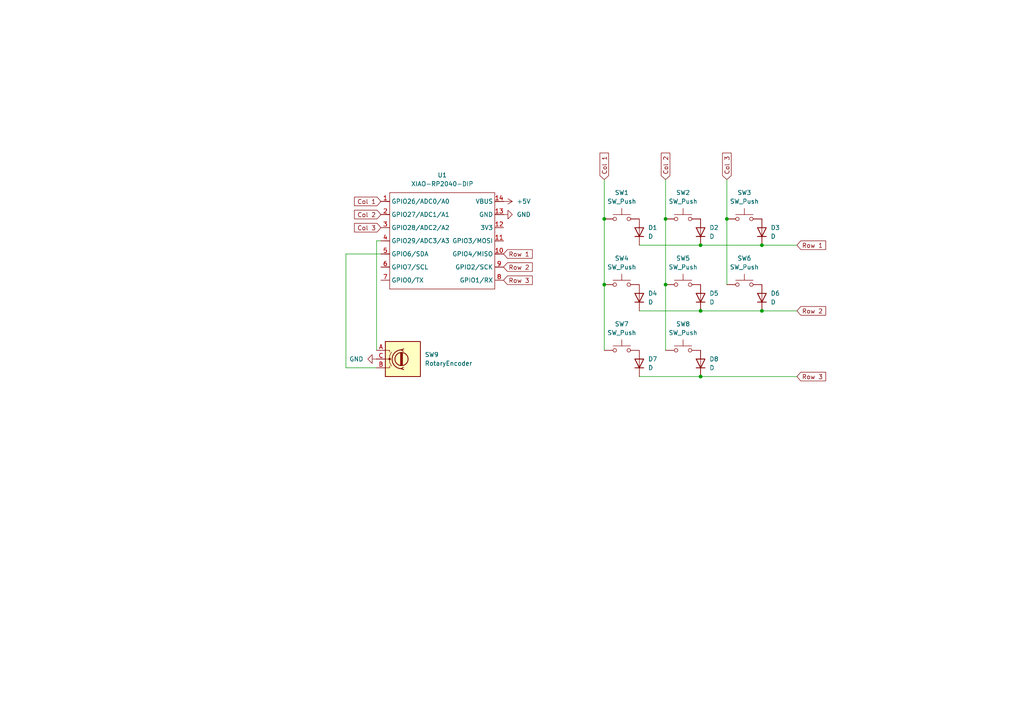
<source format=kicad_sch>
(kicad_sch
	(version 20250114)
	(generator "eeschema")
	(generator_version "9.0")
	(uuid "7c5e91ce-fcef-4f1f-93b6-e3fe4ead7b01")
	(paper "A4")
	(lib_symbols
		(symbol "Device:D"
			(pin_numbers
				(hide yes)
			)
			(pin_names
				(offset 1.016)
				(hide yes)
			)
			(exclude_from_sim no)
			(in_bom yes)
			(on_board yes)
			(property "Reference" "D"
				(at 0 2.54 0)
				(effects
					(font
						(size 1.27 1.27)
					)
				)
			)
			(property "Value" "D"
				(at 0 -2.54 0)
				(effects
					(font
						(size 1.27 1.27)
					)
				)
			)
			(property "Footprint" ""
				(at 0 0 0)
				(effects
					(font
						(size 1.27 1.27)
					)
					(hide yes)
				)
			)
			(property "Datasheet" "~"
				(at 0 0 0)
				(effects
					(font
						(size 1.27 1.27)
					)
					(hide yes)
				)
			)
			(property "Description" "Diode"
				(at 0 0 0)
				(effects
					(font
						(size 1.27 1.27)
					)
					(hide yes)
				)
			)
			(property "Sim.Device" "D"
				(at 0 0 0)
				(effects
					(font
						(size 1.27 1.27)
					)
					(hide yes)
				)
			)
			(property "Sim.Pins" "1=K 2=A"
				(at 0 0 0)
				(effects
					(font
						(size 1.27 1.27)
					)
					(hide yes)
				)
			)
			(property "ki_keywords" "diode"
				(at 0 0 0)
				(effects
					(font
						(size 1.27 1.27)
					)
					(hide yes)
				)
			)
			(property "ki_fp_filters" "TO-???* *_Diode_* *SingleDiode* D_*"
				(at 0 0 0)
				(effects
					(font
						(size 1.27 1.27)
					)
					(hide yes)
				)
			)
			(symbol "D_0_1"
				(polyline
					(pts
						(xy -1.27 1.27) (xy -1.27 -1.27)
					)
					(stroke
						(width 0.254)
						(type default)
					)
					(fill
						(type none)
					)
				)
				(polyline
					(pts
						(xy 1.27 1.27) (xy 1.27 -1.27) (xy -1.27 0) (xy 1.27 1.27)
					)
					(stroke
						(width 0.254)
						(type default)
					)
					(fill
						(type none)
					)
				)
				(polyline
					(pts
						(xy 1.27 0) (xy -1.27 0)
					)
					(stroke
						(width 0)
						(type default)
					)
					(fill
						(type none)
					)
				)
			)
			(symbol "D_1_1"
				(pin passive line
					(at -3.81 0 0)
					(length 2.54)
					(name "K"
						(effects
							(font
								(size 1.27 1.27)
							)
						)
					)
					(number "1"
						(effects
							(font
								(size 1.27 1.27)
							)
						)
					)
				)
				(pin passive line
					(at 3.81 0 180)
					(length 2.54)
					(name "A"
						(effects
							(font
								(size 1.27 1.27)
							)
						)
					)
					(number "2"
						(effects
							(font
								(size 1.27 1.27)
							)
						)
					)
				)
			)
			(embedded_fonts no)
		)
		(symbol "Device:RotaryEncoder"
			(pin_names
				(offset 0.254)
				(hide yes)
			)
			(exclude_from_sim no)
			(in_bom yes)
			(on_board yes)
			(property "Reference" "SW"
				(at 0 6.604 0)
				(effects
					(font
						(size 1.27 1.27)
					)
				)
			)
			(property "Value" "RotaryEncoder"
				(at 0 -6.604 0)
				(effects
					(font
						(size 1.27 1.27)
					)
				)
			)
			(property "Footprint" ""
				(at -3.81 4.064 0)
				(effects
					(font
						(size 1.27 1.27)
					)
					(hide yes)
				)
			)
			(property "Datasheet" "~"
				(at 0 6.604 0)
				(effects
					(font
						(size 1.27 1.27)
					)
					(hide yes)
				)
			)
			(property "Description" "Rotary encoder, dual channel, incremental quadrate outputs"
				(at 0 0 0)
				(effects
					(font
						(size 1.27 1.27)
					)
					(hide yes)
				)
			)
			(property "ki_keywords" "rotary switch encoder"
				(at 0 0 0)
				(effects
					(font
						(size 1.27 1.27)
					)
					(hide yes)
				)
			)
			(property "ki_fp_filters" "RotaryEncoder*"
				(at 0 0 0)
				(effects
					(font
						(size 1.27 1.27)
					)
					(hide yes)
				)
			)
			(symbol "RotaryEncoder_0_1"
				(rectangle
					(start -5.08 5.08)
					(end 5.08 -5.08)
					(stroke
						(width 0.254)
						(type default)
					)
					(fill
						(type background)
					)
				)
				(polyline
					(pts
						(xy -5.08 2.54) (xy -3.81 2.54) (xy -3.81 2.032)
					)
					(stroke
						(width 0)
						(type default)
					)
					(fill
						(type none)
					)
				)
				(polyline
					(pts
						(xy -5.08 0) (xy -3.81 0) (xy -3.81 -1.016) (xy -3.302 -2.032)
					)
					(stroke
						(width 0)
						(type default)
					)
					(fill
						(type none)
					)
				)
				(polyline
					(pts
						(xy -5.08 -2.54) (xy -3.81 -2.54) (xy -3.81 -2.032)
					)
					(stroke
						(width 0)
						(type default)
					)
					(fill
						(type none)
					)
				)
				(polyline
					(pts
						(xy -4.318 0) (xy -3.81 0) (xy -3.81 1.016) (xy -3.302 2.032)
					)
					(stroke
						(width 0)
						(type default)
					)
					(fill
						(type none)
					)
				)
				(circle
					(center -3.81 0)
					(radius 0.254)
					(stroke
						(width 0)
						(type default)
					)
					(fill
						(type outline)
					)
				)
				(polyline
					(pts
						(xy -0.635 -1.778) (xy -0.635 1.778)
					)
					(stroke
						(width 0.254)
						(type default)
					)
					(fill
						(type none)
					)
				)
				(circle
					(center -0.381 0)
					(radius 1.905)
					(stroke
						(width 0.254)
						(type default)
					)
					(fill
						(type none)
					)
				)
				(polyline
					(pts
						(xy -0.381 -1.778) (xy -0.381 1.778)
					)
					(stroke
						(width 0.254)
						(type default)
					)
					(fill
						(type none)
					)
				)
				(arc
					(start -0.381 -2.794)
					(mid -3.0988 -0.0635)
					(end -0.381 2.667)
					(stroke
						(width 0.254)
						(type default)
					)
					(fill
						(type none)
					)
				)
				(polyline
					(pts
						(xy -0.127 1.778) (xy -0.127 -1.778)
					)
					(stroke
						(width 0.254)
						(type default)
					)
					(fill
						(type none)
					)
				)
				(polyline
					(pts
						(xy 0.254 2.921) (xy -0.508 2.667) (xy 0.127 2.286)
					)
					(stroke
						(width 0.254)
						(type default)
					)
					(fill
						(type none)
					)
				)
				(polyline
					(pts
						(xy 0.254 -3.048) (xy -0.508 -2.794) (xy 0.127 -2.413)
					)
					(stroke
						(width 0.254)
						(type default)
					)
					(fill
						(type none)
					)
				)
			)
			(symbol "RotaryEncoder_1_1"
				(pin passive line
					(at -7.62 2.54 0)
					(length 2.54)
					(name "A"
						(effects
							(font
								(size 1.27 1.27)
							)
						)
					)
					(number "A"
						(effects
							(font
								(size 1.27 1.27)
							)
						)
					)
				)
				(pin passive line
					(at -7.62 0 0)
					(length 2.54)
					(name "C"
						(effects
							(font
								(size 1.27 1.27)
							)
						)
					)
					(number "C"
						(effects
							(font
								(size 1.27 1.27)
							)
						)
					)
				)
				(pin passive line
					(at -7.62 -2.54 0)
					(length 2.54)
					(name "B"
						(effects
							(font
								(size 1.27 1.27)
							)
						)
					)
					(number "B"
						(effects
							(font
								(size 1.27 1.27)
							)
						)
					)
				)
			)
			(embedded_fonts no)
		)
		(symbol "OPL:XIAO-RP2040-DIP"
			(exclude_from_sim no)
			(in_bom yes)
			(on_board yes)
			(property "Reference" "U"
				(at 0 0 0)
				(effects
					(font
						(size 1.27 1.27)
					)
				)
			)
			(property "Value" "XIAO-RP2040-DIP"
				(at 5.334 -1.778 0)
				(effects
					(font
						(size 1.27 1.27)
					)
				)
			)
			(property "Footprint" "Module:MOUDLE14P-XIAO-DIP-SMD"
				(at 14.478 -32.258 0)
				(effects
					(font
						(size 1.27 1.27)
					)
					(hide yes)
				)
			)
			(property "Datasheet" ""
				(at 0 0 0)
				(effects
					(font
						(size 1.27 1.27)
					)
					(hide yes)
				)
			)
			(property "Description" ""
				(at 0 0 0)
				(effects
					(font
						(size 1.27 1.27)
					)
					(hide yes)
				)
			)
			(symbol "XIAO-RP2040-DIP_1_0"
				(polyline
					(pts
						(xy -1.27 -2.54) (xy 29.21 -2.54)
					)
					(stroke
						(width 0.1524)
						(type solid)
					)
					(fill
						(type none)
					)
				)
				(polyline
					(pts
						(xy -1.27 -5.08) (xy -2.54 -5.08)
					)
					(stroke
						(width 0.1524)
						(type solid)
					)
					(fill
						(type none)
					)
				)
				(polyline
					(pts
						(xy -1.27 -5.08) (xy -1.27 -2.54)
					)
					(stroke
						(width 0.1524)
						(type solid)
					)
					(fill
						(type none)
					)
				)
				(polyline
					(pts
						(xy -1.27 -8.89) (xy -2.54 -8.89)
					)
					(stroke
						(width 0.1524)
						(type solid)
					)
					(fill
						(type none)
					)
				)
				(polyline
					(pts
						(xy -1.27 -8.89) (xy -1.27 -5.08)
					)
					(stroke
						(width 0.1524)
						(type solid)
					)
					(fill
						(type none)
					)
				)
				(polyline
					(pts
						(xy -1.27 -12.7) (xy -2.54 -12.7)
					)
					(stroke
						(width 0.1524)
						(type solid)
					)
					(fill
						(type none)
					)
				)
				(polyline
					(pts
						(xy -1.27 -12.7) (xy -1.27 -8.89)
					)
					(stroke
						(width 0.1524)
						(type solid)
					)
					(fill
						(type none)
					)
				)
				(polyline
					(pts
						(xy -1.27 -16.51) (xy -2.54 -16.51)
					)
					(stroke
						(width 0.1524)
						(type solid)
					)
					(fill
						(type none)
					)
				)
				(polyline
					(pts
						(xy -1.27 -16.51) (xy -1.27 -12.7)
					)
					(stroke
						(width 0.1524)
						(type solid)
					)
					(fill
						(type none)
					)
				)
				(polyline
					(pts
						(xy -1.27 -20.32) (xy -2.54 -20.32)
					)
					(stroke
						(width 0.1524)
						(type solid)
					)
					(fill
						(type none)
					)
				)
				(polyline
					(pts
						(xy -1.27 -24.13) (xy -2.54 -24.13)
					)
					(stroke
						(width 0.1524)
						(type solid)
					)
					(fill
						(type none)
					)
				)
				(polyline
					(pts
						(xy -1.27 -27.94) (xy -2.54 -27.94)
					)
					(stroke
						(width 0.1524)
						(type solid)
					)
					(fill
						(type none)
					)
				)
				(polyline
					(pts
						(xy -1.27 -30.48) (xy -1.27 -16.51)
					)
					(stroke
						(width 0.1524)
						(type solid)
					)
					(fill
						(type none)
					)
				)
				(polyline
					(pts
						(xy 29.21 -2.54) (xy 29.21 -5.08)
					)
					(stroke
						(width 0.1524)
						(type solid)
					)
					(fill
						(type none)
					)
				)
				(polyline
					(pts
						(xy 29.21 -5.08) (xy 29.21 -8.89)
					)
					(stroke
						(width 0.1524)
						(type solid)
					)
					(fill
						(type none)
					)
				)
				(polyline
					(pts
						(xy 29.21 -8.89) (xy 29.21 -12.7)
					)
					(stroke
						(width 0.1524)
						(type solid)
					)
					(fill
						(type none)
					)
				)
				(polyline
					(pts
						(xy 29.21 -12.7) (xy 29.21 -30.48)
					)
					(stroke
						(width 0.1524)
						(type solid)
					)
					(fill
						(type none)
					)
				)
				(polyline
					(pts
						(xy 29.21 -30.48) (xy -1.27 -30.48)
					)
					(stroke
						(width 0.1524)
						(type solid)
					)
					(fill
						(type none)
					)
				)
				(polyline
					(pts
						(xy 30.48 -5.08) (xy 29.21 -5.08)
					)
					(stroke
						(width 0.1524)
						(type solid)
					)
					(fill
						(type none)
					)
				)
				(polyline
					(pts
						(xy 30.48 -8.89) (xy 29.21 -8.89)
					)
					(stroke
						(width 0.1524)
						(type solid)
					)
					(fill
						(type none)
					)
				)
				(polyline
					(pts
						(xy 30.48 -12.7) (xy 29.21 -12.7)
					)
					(stroke
						(width 0.1524)
						(type solid)
					)
					(fill
						(type none)
					)
				)
				(polyline
					(pts
						(xy 30.48 -16.51) (xy 29.21 -16.51)
					)
					(stroke
						(width 0.1524)
						(type solid)
					)
					(fill
						(type none)
					)
				)
				(polyline
					(pts
						(xy 30.48 -20.32) (xy 29.21 -20.32)
					)
					(stroke
						(width 0.1524)
						(type solid)
					)
					(fill
						(type none)
					)
				)
				(polyline
					(pts
						(xy 30.48 -24.13) (xy 29.21 -24.13)
					)
					(stroke
						(width 0.1524)
						(type solid)
					)
					(fill
						(type none)
					)
				)
				(polyline
					(pts
						(xy 30.48 -27.94) (xy 29.21 -27.94)
					)
					(stroke
						(width 0.1524)
						(type solid)
					)
					(fill
						(type none)
					)
				)
				(pin passive line
					(at -3.81 -5.08 0)
					(length 2.54)
					(name "GPIO26/ADC0/A0"
						(effects
							(font
								(size 1.27 1.27)
							)
						)
					)
					(number "1"
						(effects
							(font
								(size 1.27 1.27)
							)
						)
					)
				)
				(pin passive line
					(at -3.81 -8.89 0)
					(length 2.54)
					(name "GPIO27/ADC1/A1"
						(effects
							(font
								(size 1.27 1.27)
							)
						)
					)
					(number "2"
						(effects
							(font
								(size 1.27 1.27)
							)
						)
					)
				)
				(pin passive line
					(at -3.81 -12.7 0)
					(length 2.54)
					(name "GPIO28/ADC2/A2"
						(effects
							(font
								(size 1.27 1.27)
							)
						)
					)
					(number "3"
						(effects
							(font
								(size 1.27 1.27)
							)
						)
					)
				)
				(pin passive line
					(at -3.81 -16.51 0)
					(length 2.54)
					(name "GPIO29/ADC3/A3"
						(effects
							(font
								(size 1.27 1.27)
							)
						)
					)
					(number "4"
						(effects
							(font
								(size 1.27 1.27)
							)
						)
					)
				)
				(pin passive line
					(at -3.81 -20.32 0)
					(length 2.54)
					(name "GPIO6/SDA"
						(effects
							(font
								(size 1.27 1.27)
							)
						)
					)
					(number "5"
						(effects
							(font
								(size 1.27 1.27)
							)
						)
					)
				)
				(pin passive line
					(at -3.81 -24.13 0)
					(length 2.54)
					(name "GPIO7/SCL"
						(effects
							(font
								(size 1.27 1.27)
							)
						)
					)
					(number "6"
						(effects
							(font
								(size 1.27 1.27)
							)
						)
					)
				)
				(pin passive line
					(at -3.81 -27.94 0)
					(length 2.54)
					(name "GPIO0/TX"
						(effects
							(font
								(size 1.27 1.27)
							)
						)
					)
					(number "7"
						(effects
							(font
								(size 1.27 1.27)
							)
						)
					)
				)
				(pin passive line
					(at 31.75 -5.08 180)
					(length 2.54)
					(name "VBUS"
						(effects
							(font
								(size 1.27 1.27)
							)
						)
					)
					(number "14"
						(effects
							(font
								(size 1.27 1.27)
							)
						)
					)
				)
				(pin passive line
					(at 31.75 -8.89 180)
					(length 2.54)
					(name "GND"
						(effects
							(font
								(size 1.27 1.27)
							)
						)
					)
					(number "13"
						(effects
							(font
								(size 1.27 1.27)
							)
						)
					)
				)
				(pin passive line
					(at 31.75 -12.7 180)
					(length 2.54)
					(name "3V3"
						(effects
							(font
								(size 1.27 1.27)
							)
						)
					)
					(number "12"
						(effects
							(font
								(size 1.27 1.27)
							)
						)
					)
				)
				(pin passive line
					(at 31.75 -16.51 180)
					(length 2.54)
					(name "GPIO3/MOSI"
						(effects
							(font
								(size 1.27 1.27)
							)
						)
					)
					(number "11"
						(effects
							(font
								(size 1.27 1.27)
							)
						)
					)
				)
				(pin passive line
					(at 31.75 -20.32 180)
					(length 2.54)
					(name "GPIO4/MISO"
						(effects
							(font
								(size 1.27 1.27)
							)
						)
					)
					(number "10"
						(effects
							(font
								(size 1.27 1.27)
							)
						)
					)
				)
				(pin passive line
					(at 31.75 -24.13 180)
					(length 2.54)
					(name "GPIO2/SCK"
						(effects
							(font
								(size 1.27 1.27)
							)
						)
					)
					(number "9"
						(effects
							(font
								(size 1.27 1.27)
							)
						)
					)
				)
				(pin passive line
					(at 31.75 -27.94 180)
					(length 2.54)
					(name "GPIO1/RX"
						(effects
							(font
								(size 1.27 1.27)
							)
						)
					)
					(number "8"
						(effects
							(font
								(size 1.27 1.27)
							)
						)
					)
				)
			)
			(embedded_fonts no)
		)
		(symbol "Switch:SW_Push"
			(pin_numbers
				(hide yes)
			)
			(pin_names
				(offset 1.016)
				(hide yes)
			)
			(exclude_from_sim no)
			(in_bom yes)
			(on_board yes)
			(property "Reference" "SW"
				(at 1.27 2.54 0)
				(effects
					(font
						(size 1.27 1.27)
					)
					(justify left)
				)
			)
			(property "Value" "SW_Push"
				(at 0 -1.524 0)
				(effects
					(font
						(size 1.27 1.27)
					)
				)
			)
			(property "Footprint" ""
				(at 0 5.08 0)
				(effects
					(font
						(size 1.27 1.27)
					)
					(hide yes)
				)
			)
			(property "Datasheet" "~"
				(at 0 5.08 0)
				(effects
					(font
						(size 1.27 1.27)
					)
					(hide yes)
				)
			)
			(property "Description" "Push button switch, generic, two pins"
				(at 0 0 0)
				(effects
					(font
						(size 1.27 1.27)
					)
					(hide yes)
				)
			)
			(property "ki_keywords" "switch normally-open pushbutton push-button"
				(at 0 0 0)
				(effects
					(font
						(size 1.27 1.27)
					)
					(hide yes)
				)
			)
			(symbol "SW_Push_0_1"
				(circle
					(center -2.032 0)
					(radius 0.508)
					(stroke
						(width 0)
						(type default)
					)
					(fill
						(type none)
					)
				)
				(polyline
					(pts
						(xy 0 1.27) (xy 0 3.048)
					)
					(stroke
						(width 0)
						(type default)
					)
					(fill
						(type none)
					)
				)
				(circle
					(center 2.032 0)
					(radius 0.508)
					(stroke
						(width 0)
						(type default)
					)
					(fill
						(type none)
					)
				)
				(polyline
					(pts
						(xy 2.54 1.27) (xy -2.54 1.27)
					)
					(stroke
						(width 0)
						(type default)
					)
					(fill
						(type none)
					)
				)
				(pin passive line
					(at -5.08 0 0)
					(length 2.54)
					(name "1"
						(effects
							(font
								(size 1.27 1.27)
							)
						)
					)
					(number "1"
						(effects
							(font
								(size 1.27 1.27)
							)
						)
					)
				)
				(pin passive line
					(at 5.08 0 180)
					(length 2.54)
					(name "2"
						(effects
							(font
								(size 1.27 1.27)
							)
						)
					)
					(number "2"
						(effects
							(font
								(size 1.27 1.27)
							)
						)
					)
				)
			)
			(embedded_fonts no)
		)
		(symbol "power:+5V"
			(power)
			(pin_numbers
				(hide yes)
			)
			(pin_names
				(offset 0)
				(hide yes)
			)
			(exclude_from_sim no)
			(in_bom yes)
			(on_board yes)
			(property "Reference" "#PWR"
				(at 0 -3.81 0)
				(effects
					(font
						(size 1.27 1.27)
					)
					(hide yes)
				)
			)
			(property "Value" "+5V"
				(at 0 3.556 0)
				(effects
					(font
						(size 1.27 1.27)
					)
				)
			)
			(property "Footprint" ""
				(at 0 0 0)
				(effects
					(font
						(size 1.27 1.27)
					)
					(hide yes)
				)
			)
			(property "Datasheet" ""
				(at 0 0 0)
				(effects
					(font
						(size 1.27 1.27)
					)
					(hide yes)
				)
			)
			(property "Description" "Power symbol creates a global label with name \"+5V\""
				(at 0 0 0)
				(effects
					(font
						(size 1.27 1.27)
					)
					(hide yes)
				)
			)
			(property "ki_keywords" "global power"
				(at 0 0 0)
				(effects
					(font
						(size 1.27 1.27)
					)
					(hide yes)
				)
			)
			(symbol "+5V_0_1"
				(polyline
					(pts
						(xy -0.762 1.27) (xy 0 2.54)
					)
					(stroke
						(width 0)
						(type default)
					)
					(fill
						(type none)
					)
				)
				(polyline
					(pts
						(xy 0 2.54) (xy 0.762 1.27)
					)
					(stroke
						(width 0)
						(type default)
					)
					(fill
						(type none)
					)
				)
				(polyline
					(pts
						(xy 0 0) (xy 0 2.54)
					)
					(stroke
						(width 0)
						(type default)
					)
					(fill
						(type none)
					)
				)
			)
			(symbol "+5V_1_1"
				(pin power_in line
					(at 0 0 90)
					(length 0)
					(name "~"
						(effects
							(font
								(size 1.27 1.27)
							)
						)
					)
					(number "1"
						(effects
							(font
								(size 1.27 1.27)
							)
						)
					)
				)
			)
			(embedded_fonts no)
		)
		(symbol "power:GND"
			(power)
			(pin_numbers
				(hide yes)
			)
			(pin_names
				(offset 0)
				(hide yes)
			)
			(exclude_from_sim no)
			(in_bom yes)
			(on_board yes)
			(property "Reference" "#PWR"
				(at 0 -6.35 0)
				(effects
					(font
						(size 1.27 1.27)
					)
					(hide yes)
				)
			)
			(property "Value" "GND"
				(at 0 -3.81 0)
				(effects
					(font
						(size 1.27 1.27)
					)
				)
			)
			(property "Footprint" ""
				(at 0 0 0)
				(effects
					(font
						(size 1.27 1.27)
					)
					(hide yes)
				)
			)
			(property "Datasheet" ""
				(at 0 0 0)
				(effects
					(font
						(size 1.27 1.27)
					)
					(hide yes)
				)
			)
			(property "Description" "Power symbol creates a global label with name \"GND\" , ground"
				(at 0 0 0)
				(effects
					(font
						(size 1.27 1.27)
					)
					(hide yes)
				)
			)
			(property "ki_keywords" "global power"
				(at 0 0 0)
				(effects
					(font
						(size 1.27 1.27)
					)
					(hide yes)
				)
			)
			(symbol "GND_0_1"
				(polyline
					(pts
						(xy 0 0) (xy 0 -1.27) (xy 1.27 -1.27) (xy 0 -2.54) (xy -1.27 -1.27) (xy 0 -1.27)
					)
					(stroke
						(width 0)
						(type default)
					)
					(fill
						(type none)
					)
				)
			)
			(symbol "GND_1_1"
				(pin power_in line
					(at 0 0 270)
					(length 0)
					(name "~"
						(effects
							(font
								(size 1.27 1.27)
							)
						)
					)
					(number "1"
						(effects
							(font
								(size 1.27 1.27)
							)
						)
					)
				)
			)
			(embedded_fonts no)
		)
	)
	(junction
		(at 175.26 82.55)
		(diameter 0)
		(color 0 0 0 0)
		(uuid "0f28fc9a-63fd-46d4-9e47-fadba4816ba1")
	)
	(junction
		(at 220.98 71.12)
		(diameter 0)
		(color 0 0 0 0)
		(uuid "336cb57e-27d1-4e3f-aecd-30b3c14c4646")
	)
	(junction
		(at 193.04 82.55)
		(diameter 0)
		(color 0 0 0 0)
		(uuid "413dd8e4-9d28-4be6-a693-a1adda033fd5")
	)
	(junction
		(at 210.82 63.5)
		(diameter 0)
		(color 0 0 0 0)
		(uuid "4693c0c3-a502-4c87-9ea3-12ff48433cf9")
	)
	(junction
		(at 220.98 90.17)
		(diameter 0)
		(color 0 0 0 0)
		(uuid "699d3023-1f8f-4c9a-a171-1c19f02b3eba")
	)
	(junction
		(at 203.2 90.17)
		(diameter 0)
		(color 0 0 0 0)
		(uuid "84daa5ee-866a-4922-be2a-6ed661cb36a1")
	)
	(junction
		(at 203.2 71.12)
		(diameter 0)
		(color 0 0 0 0)
		(uuid "8ca747a7-3b7f-44e8-a0c3-72e703f4fa6e")
	)
	(junction
		(at 193.04 63.5)
		(diameter 0)
		(color 0 0 0 0)
		(uuid "8e0aa8c6-25dc-4ca5-bf51-cc945a112095")
	)
	(junction
		(at 175.26 63.5)
		(diameter 0)
		(color 0 0 0 0)
		(uuid "c93290f1-ac68-4993-a7d6-28913230ed53")
	)
	(junction
		(at 203.2 109.22)
		(diameter 0)
		(color 0 0 0 0)
		(uuid "d8f93121-3a33-42ad-8a75-1782e71cf80e")
	)
	(wire
		(pts
			(xy 100.33 106.68) (xy 100.33 73.66)
		)
		(stroke
			(width 0)
			(type default)
		)
		(uuid "049791bf-2c5a-406f-b7d8-6f66258bbec5")
	)
	(wire
		(pts
			(xy 175.26 63.5) (xy 175.26 82.55)
		)
		(stroke
			(width 0)
			(type default)
		)
		(uuid "0d556a2d-df37-41e0-a366-7bda5c2fae08")
	)
	(wire
		(pts
			(xy 109.22 106.68) (xy 100.33 106.68)
		)
		(stroke
			(width 0)
			(type default)
		)
		(uuid "1abede09-589a-492a-bfc4-6ea7d7d8d577")
	)
	(wire
		(pts
			(xy 175.26 82.55) (xy 175.26 101.6)
		)
		(stroke
			(width 0)
			(type default)
		)
		(uuid "1f68a194-884f-43d8-9fd2-e7aa74bf35d8")
	)
	(wire
		(pts
			(xy 203.2 109.22) (xy 231.14 109.22)
		)
		(stroke
			(width 0)
			(type default)
		)
		(uuid "1fbcadd3-6efa-478e-9baf-5f2d997ab51e")
	)
	(wire
		(pts
			(xy 220.98 71.12) (xy 231.14 71.12)
		)
		(stroke
			(width 0)
			(type default)
		)
		(uuid "336f3008-830e-4ce2-b62d-a0c0383160dd")
	)
	(wire
		(pts
			(xy 210.82 63.5) (xy 210.82 82.55)
		)
		(stroke
			(width 0)
			(type default)
		)
		(uuid "40de064b-ccb3-4376-94b2-624632f3d274")
	)
	(wire
		(pts
			(xy 220.98 90.17) (xy 231.14 90.17)
		)
		(stroke
			(width 0)
			(type default)
		)
		(uuid "4c50d539-8b6a-4988-b614-d2f7a45d7843")
	)
	(wire
		(pts
			(xy 203.2 90.17) (xy 220.98 90.17)
		)
		(stroke
			(width 0)
			(type default)
		)
		(uuid "55f26059-b35c-4f63-865e-95f16a2a4cf3")
	)
	(wire
		(pts
			(xy 193.04 52.07) (xy 193.04 63.5)
		)
		(stroke
			(width 0)
			(type default)
		)
		(uuid "58d5b058-e28d-4ce2-98cd-a2e3c7a2f68f")
	)
	(wire
		(pts
			(xy 109.22 69.85) (xy 110.49 69.85)
		)
		(stroke
			(width 0)
			(type default)
		)
		(uuid "8543661f-cc0f-49f2-9e18-7f5bbf3ab56f")
	)
	(wire
		(pts
			(xy 193.04 63.5) (xy 193.04 82.55)
		)
		(stroke
			(width 0)
			(type default)
		)
		(uuid "86cdca26-45a7-4b18-bbff-9ef38e838571")
	)
	(wire
		(pts
			(xy 210.82 52.07) (xy 210.82 63.5)
		)
		(stroke
			(width 0)
			(type default)
		)
		(uuid "9337e63f-b5af-4a09-96dd-5545e0c44ce7")
	)
	(wire
		(pts
			(xy 109.22 101.6) (xy 109.22 69.85)
		)
		(stroke
			(width 0)
			(type default)
		)
		(uuid "9df6fbb0-a2ae-4075-be00-69e88999b2f3")
	)
	(wire
		(pts
			(xy 185.42 90.17) (xy 203.2 90.17)
		)
		(stroke
			(width 0)
			(type default)
		)
		(uuid "a52751b6-a0b4-4896-b3e9-b0123c728b1e")
	)
	(wire
		(pts
			(xy 185.42 109.22) (xy 203.2 109.22)
		)
		(stroke
			(width 0)
			(type default)
		)
		(uuid "a88c5196-0f43-4567-829d-73414c5fc948")
	)
	(wire
		(pts
			(xy 203.2 71.12) (xy 220.98 71.12)
		)
		(stroke
			(width 0)
			(type default)
		)
		(uuid "b0bb5f36-5fda-444e-8c86-451bf43563c6")
	)
	(wire
		(pts
			(xy 185.42 71.12) (xy 203.2 71.12)
		)
		(stroke
			(width 0)
			(type default)
		)
		(uuid "bceec65b-2519-4f0c-ad46-965f1bdadf1b")
	)
	(wire
		(pts
			(xy 193.04 82.55) (xy 193.04 101.6)
		)
		(stroke
			(width 0)
			(type default)
		)
		(uuid "d93f6a5f-88bb-43a4-85d9-83b76833fe1d")
	)
	(wire
		(pts
			(xy 100.33 73.66) (xy 110.49 73.66)
		)
		(stroke
			(width 0)
			(type default)
		)
		(uuid "deb0b4a3-e73b-4c37-a858-0d80f4b3ab6b")
	)
	(wire
		(pts
			(xy 175.26 52.07) (xy 175.26 63.5)
		)
		(stroke
			(width 0)
			(type default)
		)
		(uuid "fbecbddf-c5ab-4f5e-967d-51eaeb3a46fd")
	)
	(global_label "Col 3"
		(shape input)
		(at 210.82 52.07 90)
		(fields_autoplaced yes)
		(effects
			(font
				(size 1.27 1.27)
			)
			(justify left)
		)
		(uuid "14a8a7ec-48fd-4ce9-86cd-2903ff42064a")
		(property "Intersheetrefs" "${INTERSHEET_REFS}"
			(at 210.82 43.8235 90)
			(effects
				(font
					(size 1.27 1.27)
				)
				(justify left)
				(hide yes)
			)
		)
	)
	(global_label "Col 2"
		(shape input)
		(at 193.04 52.07 90)
		(fields_autoplaced yes)
		(effects
			(font
				(size 1.27 1.27)
			)
			(justify left)
		)
		(uuid "261f0a67-c87d-4626-a4b5-bb320c510455")
		(property "Intersheetrefs" "${INTERSHEET_REFS}"
			(at 193.04 43.8235 90)
			(effects
				(font
					(size 1.27 1.27)
				)
				(justify left)
				(hide yes)
			)
		)
	)
	(global_label "Col 3"
		(shape input)
		(at 110.49 66.04 180)
		(fields_autoplaced yes)
		(effects
			(font
				(size 1.27 1.27)
			)
			(justify right)
		)
		(uuid "27f41a4c-0c48-4fca-be0f-688391d22b5f")
		(property "Intersheetrefs" "${INTERSHEET_REFS}"
			(at 102.2435 66.04 0)
			(effects
				(font
					(size 1.27 1.27)
				)
				(justify right)
				(hide yes)
			)
		)
	)
	(global_label "Row 3"
		(shape input)
		(at 146.05 81.28 0)
		(fields_autoplaced yes)
		(effects
			(font
				(size 1.27 1.27)
			)
			(justify left)
		)
		(uuid "6e606b9f-76c7-4c94-b587-058e7f399be4")
		(property "Intersheetrefs" "${INTERSHEET_REFS}"
			(at 154.9618 81.28 0)
			(effects
				(font
					(size 1.27 1.27)
				)
				(justify left)
				(hide yes)
			)
		)
	)
	(global_label "Row 3"
		(shape input)
		(at 231.14 109.22 0)
		(fields_autoplaced yes)
		(effects
			(font
				(size 1.27 1.27)
			)
			(justify left)
		)
		(uuid "802d0c60-98db-4ab0-bd56-de5d76097cf1")
		(property "Intersheetrefs" "${INTERSHEET_REFS}"
			(at 240.0518 109.22 0)
			(effects
				(font
					(size 1.27 1.27)
				)
				(justify left)
				(hide yes)
			)
		)
	)
	(global_label "Row 2"
		(shape input)
		(at 146.05 77.47 0)
		(fields_autoplaced yes)
		(effects
			(font
				(size 1.27 1.27)
			)
			(justify left)
		)
		(uuid "87babe4c-e1ea-4bf1-92bf-3a0940a5f75c")
		(property "Intersheetrefs" "${INTERSHEET_REFS}"
			(at 154.9618 77.47 0)
			(effects
				(font
					(size 1.27 1.27)
				)
				(justify left)
				(hide yes)
			)
		)
	)
	(global_label "Row 1"
		(shape input)
		(at 231.14 71.12 0)
		(fields_autoplaced yes)
		(effects
			(font
				(size 1.27 1.27)
			)
			(justify left)
		)
		(uuid "96215325-e6c8-4a1b-bb2d-46b9bf4f7e4b")
		(property "Intersheetrefs" "${INTERSHEET_REFS}"
			(at 240.0518 71.12 0)
			(effects
				(font
					(size 1.27 1.27)
				)
				(justify left)
				(hide yes)
			)
		)
	)
	(global_label "Col 1"
		(shape input)
		(at 110.49 58.42 180)
		(fields_autoplaced yes)
		(effects
			(font
				(size 1.27 1.27)
			)
			(justify right)
		)
		(uuid "a792e228-9719-4da7-b71b-cc490156dd3d")
		(property "Intersheetrefs" "${INTERSHEET_REFS}"
			(at 102.2435 58.42 0)
			(effects
				(font
					(size 1.27 1.27)
				)
				(justify right)
				(hide yes)
			)
		)
	)
	(global_label "Col 1"
		(shape input)
		(at 175.26 52.07 90)
		(fields_autoplaced yes)
		(effects
			(font
				(size 1.27 1.27)
			)
			(justify left)
		)
		(uuid "b54b10a6-79bf-49fc-a26b-ca900649b009")
		(property "Intersheetrefs" "${INTERSHEET_REFS}"
			(at 175.26 43.8235 90)
			(effects
				(font
					(size 1.27 1.27)
				)
				(justify left)
				(hide yes)
			)
		)
	)
	(global_label "Row 1"
		(shape input)
		(at 146.05 73.66 0)
		(fields_autoplaced yes)
		(effects
			(font
				(size 1.27 1.27)
			)
			(justify left)
		)
		(uuid "e245c71c-3f15-4c2a-9d51-43e4a210b70e")
		(property "Intersheetrefs" "${INTERSHEET_REFS}"
			(at 154.9618 73.66 0)
			(effects
				(font
					(size 1.27 1.27)
				)
				(justify left)
				(hide yes)
			)
		)
	)
	(global_label "Row 2"
		(shape input)
		(at 231.14 90.17 0)
		(fields_autoplaced yes)
		(effects
			(font
				(size 1.27 1.27)
			)
			(justify left)
		)
		(uuid "e464d15f-f9b0-412c-9912-07573aa304c8")
		(property "Intersheetrefs" "${INTERSHEET_REFS}"
			(at 240.0518 90.17 0)
			(effects
				(font
					(size 1.27 1.27)
				)
				(justify left)
				(hide yes)
			)
		)
	)
	(global_label "Col 2"
		(shape input)
		(at 110.49 62.23 180)
		(fields_autoplaced yes)
		(effects
			(font
				(size 1.27 1.27)
			)
			(justify right)
		)
		(uuid "fef0a635-ac33-4cd9-94aa-bbe784d2985a")
		(property "Intersheetrefs" "${INTERSHEET_REFS}"
			(at 102.2435 62.23 0)
			(effects
				(font
					(size 1.27 1.27)
				)
				(justify right)
				(hide yes)
			)
		)
	)
	(symbol
		(lib_id "Switch:SW_Push")
		(at 198.12 63.5 0)
		(unit 1)
		(exclude_from_sim no)
		(in_bom yes)
		(on_board yes)
		(dnp no)
		(fields_autoplaced yes)
		(uuid "05255abc-b7f8-49b3-9695-e8429e9cc945")
		(property "Reference" "SW2"
			(at 198.12 55.88 0)
			(effects
				(font
					(size 1.27 1.27)
				)
			)
		)
		(property "Value" "SW_Push"
			(at 198.12 58.42 0)
			(effects
				(font
					(size 1.27 1.27)
				)
			)
		)
		(property "Footprint" "Button_Switch_Keyboard:SW_Cherry_MX_1.00u_PCB"
			(at 198.12 58.42 0)
			(effects
				(font
					(size 1.27 1.27)
				)
				(hide yes)
			)
		)
		(property "Datasheet" "~"
			(at 198.12 58.42 0)
			(effects
				(font
					(size 1.27 1.27)
				)
				(hide yes)
			)
		)
		(property "Description" "Push button switch, generic, two pins"
			(at 198.12 63.5 0)
			(effects
				(font
					(size 1.27 1.27)
				)
				(hide yes)
			)
		)
		(pin "2"
			(uuid "30a5527b-40b2-4bfd-a597-01504d251415")
		)
		(pin "1"
			(uuid "f9d4efc7-8616-4513-b006-29cb5057f879")
		)
		(instances
			(project "Porcupad"
				(path "/7c5e91ce-fcef-4f1f-93b6-e3fe4ead7b01"
					(reference "SW2")
					(unit 1)
				)
			)
		)
	)
	(symbol
		(lib_id "power:GND")
		(at 109.22 104.14 270)
		(unit 1)
		(exclude_from_sim no)
		(in_bom yes)
		(on_board yes)
		(dnp no)
		(fields_autoplaced yes)
		(uuid "096ebe72-8fca-40cc-902f-d237d849651a")
		(property "Reference" "#PWR01"
			(at 102.87 104.14 0)
			(effects
				(font
					(size 1.27 1.27)
				)
				(hide yes)
			)
		)
		(property "Value" "GND"
			(at 105.41 104.1399 90)
			(effects
				(font
					(size 1.27 1.27)
				)
				(justify right)
			)
		)
		(property "Footprint" ""
			(at 109.22 104.14 0)
			(effects
				(font
					(size 1.27 1.27)
				)
				(hide yes)
			)
		)
		(property "Datasheet" ""
			(at 109.22 104.14 0)
			(effects
				(font
					(size 1.27 1.27)
				)
				(hide yes)
			)
		)
		(property "Description" "Power symbol creates a global label with name \"GND\" , ground"
			(at 109.22 104.14 0)
			(effects
				(font
					(size 1.27 1.27)
				)
				(hide yes)
			)
		)
		(pin "1"
			(uuid "e30c46a0-a4fa-4ae5-ac33-1b864b8c435b")
		)
		(instances
			(project "Porcupad"
				(path "/7c5e91ce-fcef-4f1f-93b6-e3fe4ead7b01"
					(reference "#PWR01")
					(unit 1)
				)
			)
		)
	)
	(symbol
		(lib_id "Device:D")
		(at 185.42 105.41 90)
		(unit 1)
		(exclude_from_sim no)
		(in_bom yes)
		(on_board yes)
		(dnp no)
		(fields_autoplaced yes)
		(uuid "10b6ff14-33a7-4405-967a-fbe42581148c")
		(property "Reference" "D7"
			(at 187.96 104.1399 90)
			(effects
				(font
					(size 1.27 1.27)
				)
				(justify right)
			)
		)
		(property "Value" "D"
			(at 187.96 106.6799 90)
			(effects
				(font
					(size 1.27 1.27)
				)
				(justify right)
			)
		)
		(property "Footprint" "Diode_THT:D_DO-35_SOD27_P7.62mm_Horizontal"
			(at 185.42 105.41 0)
			(effects
				(font
					(size 1.27 1.27)
				)
				(hide yes)
			)
		)
		(property "Datasheet" "~"
			(at 185.42 105.41 0)
			(effects
				(font
					(size 1.27 1.27)
				)
				(hide yes)
			)
		)
		(property "Description" "Diode"
			(at 185.42 105.41 0)
			(effects
				(font
					(size 1.27 1.27)
				)
				(hide yes)
			)
		)
		(property "Sim.Device" "D"
			(at 185.42 105.41 0)
			(effects
				(font
					(size 1.27 1.27)
				)
				(hide yes)
			)
		)
		(property "Sim.Pins" "1=K 2=A"
			(at 185.42 105.41 0)
			(effects
				(font
					(size 1.27 1.27)
				)
				(hide yes)
			)
		)
		(pin "2"
			(uuid "54ce443a-8eaf-4631-9d68-ab203931da53")
		)
		(pin "1"
			(uuid "43a8964a-95d3-40cd-8d86-31a1f7a56e61")
		)
		(instances
			(project "Porcupad"
				(path "/7c5e91ce-fcef-4f1f-93b6-e3fe4ead7b01"
					(reference "D7")
					(unit 1)
				)
			)
		)
	)
	(symbol
		(lib_id "Switch:SW_Push")
		(at 180.34 63.5 0)
		(unit 1)
		(exclude_from_sim no)
		(in_bom yes)
		(on_board yes)
		(dnp no)
		(fields_autoplaced yes)
		(uuid "13e7ac10-0690-4d47-91aa-e8e45c9abcdf")
		(property "Reference" "SW1"
			(at 180.34 55.88 0)
			(effects
				(font
					(size 1.27 1.27)
				)
			)
		)
		(property "Value" "SW_Push"
			(at 180.34 58.42 0)
			(effects
				(font
					(size 1.27 1.27)
				)
			)
		)
		(property "Footprint" "Button_Switch_Keyboard:SW_Cherry_MX_1.00u_PCB"
			(at 180.34 58.42 0)
			(effects
				(font
					(size 1.27 1.27)
				)
				(hide yes)
			)
		)
		(property "Datasheet" "~"
			(at 180.34 58.42 0)
			(effects
				(font
					(size 1.27 1.27)
				)
				(hide yes)
			)
		)
		(property "Description" "Push button switch, generic, two pins"
			(at 180.34 63.5 0)
			(effects
				(font
					(size 1.27 1.27)
				)
				(hide yes)
			)
		)
		(pin "2"
			(uuid "64950e66-6ba3-40bc-b87d-171a1792f7a1")
		)
		(pin "1"
			(uuid "2fdd5231-784e-4e1c-94c7-1bb782b4b3f7")
		)
		(instances
			(project ""
				(path "/7c5e91ce-fcef-4f1f-93b6-e3fe4ead7b01"
					(reference "SW1")
					(unit 1)
				)
			)
		)
	)
	(symbol
		(lib_id "power:GND")
		(at 146.05 62.23 90)
		(unit 1)
		(exclude_from_sim no)
		(in_bom yes)
		(on_board yes)
		(dnp no)
		(fields_autoplaced yes)
		(uuid "281cc179-72cf-4284-a537-40125e4ada8f")
		(property "Reference" "#PWR04"
			(at 152.4 62.23 0)
			(effects
				(font
					(size 1.27 1.27)
				)
				(hide yes)
			)
		)
		(property "Value" "GND"
			(at 149.86 62.2299 90)
			(effects
				(font
					(size 1.27 1.27)
				)
				(justify right)
			)
		)
		(property "Footprint" ""
			(at 146.05 62.23 0)
			(effects
				(font
					(size 1.27 1.27)
				)
				(hide yes)
			)
		)
		(property "Datasheet" ""
			(at 146.05 62.23 0)
			(effects
				(font
					(size 1.27 1.27)
				)
				(hide yes)
			)
		)
		(property "Description" "Power symbol creates a global label with name \"GND\" , ground"
			(at 146.05 62.23 0)
			(effects
				(font
					(size 1.27 1.27)
				)
				(hide yes)
			)
		)
		(pin "1"
			(uuid "0b9b4078-aab9-4e01-822b-3801e7bd1c85")
		)
		(instances
			(project "Porcupad"
				(path "/7c5e91ce-fcef-4f1f-93b6-e3fe4ead7b01"
					(reference "#PWR04")
					(unit 1)
				)
			)
		)
	)
	(symbol
		(lib_id "Switch:SW_Push")
		(at 180.34 101.6 0)
		(unit 1)
		(exclude_from_sim no)
		(in_bom yes)
		(on_board yes)
		(dnp no)
		(fields_autoplaced yes)
		(uuid "323e8d99-73fa-4524-b36e-2fba165f03df")
		(property "Reference" "SW7"
			(at 180.34 93.98 0)
			(effects
				(font
					(size 1.27 1.27)
				)
			)
		)
		(property "Value" "SW_Push"
			(at 180.34 96.52 0)
			(effects
				(font
					(size 1.27 1.27)
				)
			)
		)
		(property "Footprint" "Button_Switch_Keyboard:SW_Cherry_MX_1.00u_PCB"
			(at 180.34 96.52 0)
			(effects
				(font
					(size 1.27 1.27)
				)
				(hide yes)
			)
		)
		(property "Datasheet" "~"
			(at 180.34 96.52 0)
			(effects
				(font
					(size 1.27 1.27)
				)
				(hide yes)
			)
		)
		(property "Description" "Push button switch, generic, two pins"
			(at 180.34 101.6 0)
			(effects
				(font
					(size 1.27 1.27)
				)
				(hide yes)
			)
		)
		(pin "2"
			(uuid "3a038a46-ca4b-44b6-a268-16051d6d8bd1")
		)
		(pin "1"
			(uuid "326c85dd-c3e1-40c1-927c-4d3dba945c9e")
		)
		(instances
			(project "Porcupad"
				(path "/7c5e91ce-fcef-4f1f-93b6-e3fe4ead7b01"
					(reference "SW7")
					(unit 1)
				)
			)
		)
	)
	(symbol
		(lib_id "Device:D")
		(at 185.42 67.31 90)
		(unit 1)
		(exclude_from_sim no)
		(in_bom yes)
		(on_board yes)
		(dnp no)
		(fields_autoplaced yes)
		(uuid "362ef7f9-83d1-4649-9f20-f54fb26f6d23")
		(property "Reference" "D1"
			(at 187.96 66.0399 90)
			(effects
				(font
					(size 1.27 1.27)
				)
				(justify right)
			)
		)
		(property "Value" "D"
			(at 187.96 68.5799 90)
			(effects
				(font
					(size 1.27 1.27)
				)
				(justify right)
			)
		)
		(property "Footprint" "Diode_THT:D_DO-35_SOD27_P7.62mm_Horizontal"
			(at 185.42 67.31 0)
			(effects
				(font
					(size 1.27 1.27)
				)
				(hide yes)
			)
		)
		(property "Datasheet" "~"
			(at 185.42 67.31 0)
			(effects
				(font
					(size 1.27 1.27)
				)
				(hide yes)
			)
		)
		(property "Description" "Diode"
			(at 185.42 67.31 0)
			(effects
				(font
					(size 1.27 1.27)
				)
				(hide yes)
			)
		)
		(property "Sim.Device" "D"
			(at 185.42 67.31 0)
			(effects
				(font
					(size 1.27 1.27)
				)
				(hide yes)
			)
		)
		(property "Sim.Pins" "1=K 2=A"
			(at 185.42 67.31 0)
			(effects
				(font
					(size 1.27 1.27)
				)
				(hide yes)
			)
		)
		(pin "2"
			(uuid "5215b547-8e1f-49cb-b134-8eccf811048b")
		)
		(pin "1"
			(uuid "52152f7a-3de7-45ca-919e-b01e2ec637a7")
		)
		(instances
			(project "Porcupad"
				(path "/7c5e91ce-fcef-4f1f-93b6-e3fe4ead7b01"
					(reference "D1")
					(unit 1)
				)
			)
		)
	)
	(symbol
		(lib_id "Switch:SW_Push")
		(at 215.9 82.55 0)
		(unit 1)
		(exclude_from_sim no)
		(in_bom yes)
		(on_board yes)
		(dnp no)
		(fields_autoplaced yes)
		(uuid "3652eb67-cecc-4977-b448-bb1024a187ea")
		(property "Reference" "SW6"
			(at 215.9 74.93 0)
			(effects
				(font
					(size 1.27 1.27)
				)
			)
		)
		(property "Value" "SW_Push"
			(at 215.9 77.47 0)
			(effects
				(font
					(size 1.27 1.27)
				)
			)
		)
		(property "Footprint" "Button_Switch_Keyboard:SW_Cherry_MX_1.00u_PCB"
			(at 215.9 77.47 0)
			(effects
				(font
					(size 1.27 1.27)
				)
				(hide yes)
			)
		)
		(property "Datasheet" "~"
			(at 215.9 77.47 0)
			(effects
				(font
					(size 1.27 1.27)
				)
				(hide yes)
			)
		)
		(property "Description" "Push button switch, generic, two pins"
			(at 215.9 82.55 0)
			(effects
				(font
					(size 1.27 1.27)
				)
				(hide yes)
			)
		)
		(pin "2"
			(uuid "445cf6fc-8b9d-4e20-8126-ccc9d871291f")
		)
		(pin "1"
			(uuid "61414d59-d406-4ad8-8207-02faa065c1b7")
		)
		(instances
			(project "Porcupad"
				(path "/7c5e91ce-fcef-4f1f-93b6-e3fe4ead7b01"
					(reference "SW6")
					(unit 1)
				)
			)
		)
	)
	(symbol
		(lib_id "Switch:SW_Push")
		(at 198.12 101.6 0)
		(unit 1)
		(exclude_from_sim no)
		(in_bom yes)
		(on_board yes)
		(dnp no)
		(fields_autoplaced yes)
		(uuid "3786c3ea-6987-4891-807c-0a31ec343766")
		(property "Reference" "SW8"
			(at 198.12 93.98 0)
			(effects
				(font
					(size 1.27 1.27)
				)
			)
		)
		(property "Value" "SW_Push"
			(at 198.12 96.52 0)
			(effects
				(font
					(size 1.27 1.27)
				)
			)
		)
		(property "Footprint" "Button_Switch_Keyboard:SW_Cherry_MX_1.00u_PCB"
			(at 198.12 96.52 0)
			(effects
				(font
					(size 1.27 1.27)
				)
				(hide yes)
			)
		)
		(property "Datasheet" "~"
			(at 198.12 96.52 0)
			(effects
				(font
					(size 1.27 1.27)
				)
				(hide yes)
			)
		)
		(property "Description" "Push button switch, generic, two pins"
			(at 198.12 101.6 0)
			(effects
				(font
					(size 1.27 1.27)
				)
				(hide yes)
			)
		)
		(pin "2"
			(uuid "c0a53e14-80bb-42d6-90a7-aa759fab2193")
		)
		(pin "1"
			(uuid "8bd7cf80-b406-475a-9ac6-bc4ecf1f244f")
		)
		(instances
			(project "Porcupad"
				(path "/7c5e91ce-fcef-4f1f-93b6-e3fe4ead7b01"
					(reference "SW8")
					(unit 1)
				)
			)
		)
	)
	(symbol
		(lib_id "Device:D")
		(at 185.42 86.36 90)
		(unit 1)
		(exclude_from_sim no)
		(in_bom yes)
		(on_board yes)
		(dnp no)
		(fields_autoplaced yes)
		(uuid "42037e3c-2458-419c-821b-3f3c67430679")
		(property "Reference" "D4"
			(at 187.96 85.0899 90)
			(effects
				(font
					(size 1.27 1.27)
				)
				(justify right)
			)
		)
		(property "Value" "D"
			(at 187.96 87.6299 90)
			(effects
				(font
					(size 1.27 1.27)
				)
				(justify right)
			)
		)
		(property "Footprint" "Diode_THT:D_DO-35_SOD27_P7.62mm_Horizontal"
			(at 185.42 86.36 0)
			(effects
				(font
					(size 1.27 1.27)
				)
				(hide yes)
			)
		)
		(property "Datasheet" "~"
			(at 185.42 86.36 0)
			(effects
				(font
					(size 1.27 1.27)
				)
				(hide yes)
			)
		)
		(property "Description" "Diode"
			(at 185.42 86.36 0)
			(effects
				(font
					(size 1.27 1.27)
				)
				(hide yes)
			)
		)
		(property "Sim.Device" "D"
			(at 185.42 86.36 0)
			(effects
				(font
					(size 1.27 1.27)
				)
				(hide yes)
			)
		)
		(property "Sim.Pins" "1=K 2=A"
			(at 185.42 86.36 0)
			(effects
				(font
					(size 1.27 1.27)
				)
				(hide yes)
			)
		)
		(pin "2"
			(uuid "9f9b46a5-7a84-4ca3-b21c-9fe2ea52f5c7")
		)
		(pin "1"
			(uuid "42879033-2b93-435e-9034-03751ed799ab")
		)
		(instances
			(project "Porcupad"
				(path "/7c5e91ce-fcef-4f1f-93b6-e3fe4ead7b01"
					(reference "D4")
					(unit 1)
				)
			)
		)
	)
	(symbol
		(lib_id "Device:D")
		(at 220.98 67.31 90)
		(unit 1)
		(exclude_from_sim no)
		(in_bom yes)
		(on_board yes)
		(dnp no)
		(fields_autoplaced yes)
		(uuid "5a6e9074-ef76-4b86-915f-714ffc4bf357")
		(property "Reference" "D3"
			(at 223.52 66.0399 90)
			(effects
				(font
					(size 1.27 1.27)
				)
				(justify right)
			)
		)
		(property "Value" "D"
			(at 223.52 68.5799 90)
			(effects
				(font
					(size 1.27 1.27)
				)
				(justify right)
			)
		)
		(property "Footprint" "Diode_THT:D_DO-35_SOD27_P7.62mm_Horizontal"
			(at 220.98 67.31 0)
			(effects
				(font
					(size 1.27 1.27)
				)
				(hide yes)
			)
		)
		(property "Datasheet" "~"
			(at 220.98 67.31 0)
			(effects
				(font
					(size 1.27 1.27)
				)
				(hide yes)
			)
		)
		(property "Description" "Diode"
			(at 220.98 67.31 0)
			(effects
				(font
					(size 1.27 1.27)
				)
				(hide yes)
			)
		)
		(property "Sim.Device" "D"
			(at 220.98 67.31 0)
			(effects
				(font
					(size 1.27 1.27)
				)
				(hide yes)
			)
		)
		(property "Sim.Pins" "1=K 2=A"
			(at 220.98 67.31 0)
			(effects
				(font
					(size 1.27 1.27)
				)
				(hide yes)
			)
		)
		(pin "2"
			(uuid "7685a88a-1669-46b9-a94f-8a302ac3cbcf")
		)
		(pin "1"
			(uuid "61d9aa24-5bee-4137-940d-955efc189301")
		)
		(instances
			(project "Porcupad"
				(path "/7c5e91ce-fcef-4f1f-93b6-e3fe4ead7b01"
					(reference "D3")
					(unit 1)
				)
			)
		)
	)
	(symbol
		(lib_id "power:+5V")
		(at 146.05 58.42 270)
		(unit 1)
		(exclude_from_sim no)
		(in_bom yes)
		(on_board yes)
		(dnp no)
		(fields_autoplaced yes)
		(uuid "70e7832d-6696-4b47-8263-acf590b42673")
		(property "Reference" "#PWR03"
			(at 142.24 58.42 0)
			(effects
				(font
					(size 1.27 1.27)
				)
				(hide yes)
			)
		)
		(property "Value" "+5V"
			(at 149.86 58.4199 90)
			(effects
				(font
					(size 1.27 1.27)
				)
				(justify left)
			)
		)
		(property "Footprint" ""
			(at 146.05 58.42 0)
			(effects
				(font
					(size 1.27 1.27)
				)
				(hide yes)
			)
		)
		(property "Datasheet" ""
			(at 146.05 58.42 0)
			(effects
				(font
					(size 1.27 1.27)
				)
				(hide yes)
			)
		)
		(property "Description" "Power symbol creates a global label with name \"+5V\""
			(at 146.05 58.42 0)
			(effects
				(font
					(size 1.27 1.27)
				)
				(hide yes)
			)
		)
		(pin "1"
			(uuid "7e832db9-1f6b-4dbe-a4f6-8c32149ecef6")
		)
		(instances
			(project "Porcupad"
				(path "/7c5e91ce-fcef-4f1f-93b6-e3fe4ead7b01"
					(reference "#PWR03")
					(unit 1)
				)
			)
		)
	)
	(symbol
		(lib_id "Switch:SW_Push")
		(at 180.34 82.55 0)
		(unit 1)
		(exclude_from_sim no)
		(in_bom yes)
		(on_board yes)
		(dnp no)
		(fields_autoplaced yes)
		(uuid "80fd1d94-91d0-4892-9aa2-db55e95ceba6")
		(property "Reference" "SW4"
			(at 180.34 74.93 0)
			(effects
				(font
					(size 1.27 1.27)
				)
			)
		)
		(property "Value" "SW_Push"
			(at 180.34 77.47 0)
			(effects
				(font
					(size 1.27 1.27)
				)
			)
		)
		(property "Footprint" "Button_Switch_Keyboard:SW_Cherry_MX_1.00u_PCB"
			(at 180.34 77.47 0)
			(effects
				(font
					(size 1.27 1.27)
				)
				(hide yes)
			)
		)
		(property "Datasheet" "~"
			(at 180.34 77.47 0)
			(effects
				(font
					(size 1.27 1.27)
				)
				(hide yes)
			)
		)
		(property "Description" "Push button switch, generic, two pins"
			(at 180.34 82.55 0)
			(effects
				(font
					(size 1.27 1.27)
				)
				(hide yes)
			)
		)
		(pin "2"
			(uuid "0974923c-526e-41ec-b909-088133253d28")
		)
		(pin "1"
			(uuid "286f3cb6-1cbf-4b28-8c3a-ca8d6f3b0f6d")
		)
		(instances
			(project "Porcupad"
				(path "/7c5e91ce-fcef-4f1f-93b6-e3fe4ead7b01"
					(reference "SW4")
					(unit 1)
				)
			)
		)
	)
	(symbol
		(lib_id "OPL:XIAO-RP2040-DIP")
		(at 114.3 53.34 0)
		(unit 1)
		(exclude_from_sim no)
		(in_bom yes)
		(on_board yes)
		(dnp no)
		(fields_autoplaced yes)
		(uuid "8c748f53-e29c-4ce5-914b-dc84ca051bf5")
		(property "Reference" "U1"
			(at 128.27 50.8 0)
			(effects
				(font
					(size 1.27 1.27)
				)
			)
		)
		(property "Value" "XIAO-RP2040-DIP"
			(at 128.27 53.34 0)
			(effects
				(font
					(size 1.27 1.27)
				)
			)
		)
		(property "Footprint" "OPL:XIAO-RP2040-DIP"
			(at 128.778 85.598 0)
			(effects
				(font
					(size 1.27 1.27)
				)
				(hide yes)
			)
		)
		(property "Datasheet" ""
			(at 114.3 53.34 0)
			(effects
				(font
					(size 1.27 1.27)
				)
				(hide yes)
			)
		)
		(property "Description" ""
			(at 114.3 53.34 0)
			(effects
				(font
					(size 1.27 1.27)
				)
				(hide yes)
			)
		)
		(pin "8"
			(uuid "6f0fb075-2cc8-400a-85df-1c8a02053959")
		)
		(pin "4"
			(uuid "39aa9cc4-2497-4512-8914-0ac72fc4e4ab")
		)
		(pin "5"
			(uuid "bccaf17c-8176-4eeb-8141-f8febb3673a4")
		)
		(pin "7"
			(uuid "768593dc-17d5-4bba-9785-79bbe5d08cb5")
		)
		(pin "3"
			(uuid "aea7bc84-4b3d-4e86-9acb-e07a7edafaed")
		)
		(pin "2"
			(uuid "f08f6a77-bea9-4f4b-8dbc-620d0cbb7adc")
		)
		(pin "1"
			(uuid "68c452e6-2e54-4d81-a083-c27d872e8dd4")
		)
		(pin "13"
			(uuid "0ddfa1e4-27f0-4d00-921a-798a8f0e7e39")
		)
		(pin "12"
			(uuid "68083484-ba09-4252-b5cc-0b17a60e1b58")
		)
		(pin "11"
			(uuid "bc4b741a-2a6f-4a58-8544-2bc3a00cfd52")
		)
		(pin "14"
			(uuid "19b300b3-be99-4ae3-87e3-b908f45bbfc4")
		)
		(pin "10"
			(uuid "16f01027-efda-4025-9f9b-b9cef59bb6df")
		)
		(pin "9"
			(uuid "c1b3a221-6007-4bbc-83e2-893ee5c45b6c")
		)
		(pin "6"
			(uuid "0ab10dc8-d6f6-42dd-bd77-bd31c83f3e3d")
		)
		(instances
			(project ""
				(path "/7c5e91ce-fcef-4f1f-93b6-e3fe4ead7b01"
					(reference "U1")
					(unit 1)
				)
			)
		)
	)
	(symbol
		(lib_id "Device:D")
		(at 220.98 86.36 90)
		(unit 1)
		(exclude_from_sim no)
		(in_bom yes)
		(on_board yes)
		(dnp no)
		(fields_autoplaced yes)
		(uuid "9d589361-ba92-4128-8212-f0486cd1ecbe")
		(property "Reference" "D6"
			(at 223.52 85.0899 90)
			(effects
				(font
					(size 1.27 1.27)
				)
				(justify right)
			)
		)
		(property "Value" "D"
			(at 223.52 87.6299 90)
			(effects
				(font
					(size 1.27 1.27)
				)
				(justify right)
			)
		)
		(property "Footprint" "Diode_THT:D_DO-35_SOD27_P7.62mm_Horizontal"
			(at 220.98 86.36 0)
			(effects
				(font
					(size 1.27 1.27)
				)
				(hide yes)
			)
		)
		(property "Datasheet" "~"
			(at 220.98 86.36 0)
			(effects
				(font
					(size 1.27 1.27)
				)
				(hide yes)
			)
		)
		(property "Description" "Diode"
			(at 220.98 86.36 0)
			(effects
				(font
					(size 1.27 1.27)
				)
				(hide yes)
			)
		)
		(property "Sim.Device" "D"
			(at 220.98 86.36 0)
			(effects
				(font
					(size 1.27 1.27)
				)
				(hide yes)
			)
		)
		(property "Sim.Pins" "1=K 2=A"
			(at 220.98 86.36 0)
			(effects
				(font
					(size 1.27 1.27)
				)
				(hide yes)
			)
		)
		(pin "2"
			(uuid "8eb2094d-39a6-4f60-b97f-cc4f49a332d7")
		)
		(pin "1"
			(uuid "c91208ab-7514-4cb7-976f-136030dbf401")
		)
		(instances
			(project "Porcupad"
				(path "/7c5e91ce-fcef-4f1f-93b6-e3fe4ead7b01"
					(reference "D6")
					(unit 1)
				)
			)
		)
	)
	(symbol
		(lib_id "Device:D")
		(at 203.2 67.31 90)
		(unit 1)
		(exclude_from_sim no)
		(in_bom yes)
		(on_board yes)
		(dnp no)
		(fields_autoplaced yes)
		(uuid "bc29a2ba-848f-41a2-91c5-1131db21284f")
		(property "Reference" "D2"
			(at 205.74 66.0399 90)
			(effects
				(font
					(size 1.27 1.27)
				)
				(justify right)
			)
		)
		(property "Value" "D"
			(at 205.74 68.5799 90)
			(effects
				(font
					(size 1.27 1.27)
				)
				(justify right)
			)
		)
		(property "Footprint" "Diode_THT:D_DO-35_SOD27_P7.62mm_Horizontal"
			(at 203.2 67.31 0)
			(effects
				(font
					(size 1.27 1.27)
				)
				(hide yes)
			)
		)
		(property "Datasheet" "~"
			(at 203.2 67.31 0)
			(effects
				(font
					(size 1.27 1.27)
				)
				(hide yes)
			)
		)
		(property "Description" "Diode"
			(at 203.2 67.31 0)
			(effects
				(font
					(size 1.27 1.27)
				)
				(hide yes)
			)
		)
		(property "Sim.Device" "D"
			(at 203.2 67.31 0)
			(effects
				(font
					(size 1.27 1.27)
				)
				(hide yes)
			)
		)
		(property "Sim.Pins" "1=K 2=A"
			(at 203.2 67.31 0)
			(effects
				(font
					(size 1.27 1.27)
				)
				(hide yes)
			)
		)
		(pin "2"
			(uuid "f9408a4c-69a7-4786-92da-ac890ac4526f")
		)
		(pin "1"
			(uuid "51f99691-2870-4e9c-bc3c-f983915fa0d3")
		)
		(instances
			(project "Porcupad"
				(path "/7c5e91ce-fcef-4f1f-93b6-e3fe4ead7b01"
					(reference "D2")
					(unit 1)
				)
			)
		)
	)
	(symbol
		(lib_id "Device:D")
		(at 203.2 105.41 90)
		(unit 1)
		(exclude_from_sim no)
		(in_bom yes)
		(on_board yes)
		(dnp no)
		(fields_autoplaced yes)
		(uuid "c224a1e6-2f33-499e-a1a5-8fd05112bd5a")
		(property "Reference" "D8"
			(at 205.74 104.1399 90)
			(effects
				(font
					(size 1.27 1.27)
				)
				(justify right)
			)
		)
		(property "Value" "D"
			(at 205.74 106.6799 90)
			(effects
				(font
					(size 1.27 1.27)
				)
				(justify right)
			)
		)
		(property "Footprint" "Diode_THT:D_DO-35_SOD27_P7.62mm_Horizontal"
			(at 203.2 105.41 0)
			(effects
				(font
					(size 1.27 1.27)
				)
				(hide yes)
			)
		)
		(property "Datasheet" "~"
			(at 203.2 105.41 0)
			(effects
				(font
					(size 1.27 1.27)
				)
				(hide yes)
			)
		)
		(property "Description" "Diode"
			(at 203.2 105.41 0)
			(effects
				(font
					(size 1.27 1.27)
				)
				(hide yes)
			)
		)
		(property "Sim.Device" "D"
			(at 203.2 105.41 0)
			(effects
				(font
					(size 1.27 1.27)
				)
				(hide yes)
			)
		)
		(property "Sim.Pins" "1=K 2=A"
			(at 203.2 105.41 0)
			(effects
				(font
					(size 1.27 1.27)
				)
				(hide yes)
			)
		)
		(pin "2"
			(uuid "efac4975-9fac-4cae-b83c-5b89e876cc68")
		)
		(pin "1"
			(uuid "e9156389-7236-41e9-ad89-cb50df6e6e0f")
		)
		(instances
			(project "Porcupad"
				(path "/7c5e91ce-fcef-4f1f-93b6-e3fe4ead7b01"
					(reference "D8")
					(unit 1)
				)
			)
		)
	)
	(symbol
		(lib_id "Device:D")
		(at 203.2 86.36 90)
		(unit 1)
		(exclude_from_sim no)
		(in_bom yes)
		(on_board yes)
		(dnp no)
		(fields_autoplaced yes)
		(uuid "cbe9b625-5c2d-4b5c-88b9-fb818287615e")
		(property "Reference" "D5"
			(at 205.74 85.0899 90)
			(effects
				(font
					(size 1.27 1.27)
				)
				(justify right)
			)
		)
		(property "Value" "D"
			(at 205.74 87.6299 90)
			(effects
				(font
					(size 1.27 1.27)
				)
				(justify right)
			)
		)
		(property "Footprint" "Diode_THT:D_DO-35_SOD27_P7.62mm_Horizontal"
			(at 203.2 86.36 0)
			(effects
				(font
					(size 1.27 1.27)
				)
				(hide yes)
			)
		)
		(property "Datasheet" "~"
			(at 203.2 86.36 0)
			(effects
				(font
					(size 1.27 1.27)
				)
				(hide yes)
			)
		)
		(property "Description" "Diode"
			(at 203.2 86.36 0)
			(effects
				(font
					(size 1.27 1.27)
				)
				(hide yes)
			)
		)
		(property "Sim.Device" "D"
			(at 203.2 86.36 0)
			(effects
				(font
					(size 1.27 1.27)
				)
				(hide yes)
			)
		)
		(property "Sim.Pins" "1=K 2=A"
			(at 203.2 86.36 0)
			(effects
				(font
					(size 1.27 1.27)
				)
				(hide yes)
			)
		)
		(pin "2"
			(uuid "5b8f5eca-8703-4e19-ad3b-1e33d17b8554")
		)
		(pin "1"
			(uuid "12f79934-8404-4306-ab07-a0e6a709c226")
		)
		(instances
			(project "Porcupad"
				(path "/7c5e91ce-fcef-4f1f-93b6-e3fe4ead7b01"
					(reference "D5")
					(unit 1)
				)
			)
		)
	)
	(symbol
		(lib_id "Switch:SW_Push")
		(at 215.9 63.5 0)
		(unit 1)
		(exclude_from_sim no)
		(in_bom yes)
		(on_board yes)
		(dnp no)
		(fields_autoplaced yes)
		(uuid "d2a23878-5176-497a-abeb-c5ce9ae6be09")
		(property "Reference" "SW3"
			(at 215.9 55.88 0)
			(effects
				(font
					(size 1.27 1.27)
				)
			)
		)
		(property "Value" "SW_Push"
			(at 215.9 58.42 0)
			(effects
				(font
					(size 1.27 1.27)
				)
			)
		)
		(property "Footprint" "Button_Switch_Keyboard:SW_Cherry_MX_1.00u_PCB"
			(at 215.9 58.42 0)
			(effects
				(font
					(size 1.27 1.27)
				)
				(hide yes)
			)
		)
		(property "Datasheet" "~"
			(at 215.9 58.42 0)
			(effects
				(font
					(size 1.27 1.27)
				)
				(hide yes)
			)
		)
		(property "Description" "Push button switch, generic, two pins"
			(at 215.9 63.5 0)
			(effects
				(font
					(size 1.27 1.27)
				)
				(hide yes)
			)
		)
		(pin "2"
			(uuid "f85ac6b5-e0b2-4d1a-8be7-bceb7a404cf3")
		)
		(pin "1"
			(uuid "a33f9ab3-ad6f-42c2-b503-21f06ff60c5e")
		)
		(instances
			(project "Porcupad"
				(path "/7c5e91ce-fcef-4f1f-93b6-e3fe4ead7b01"
					(reference "SW3")
					(unit 1)
				)
			)
		)
	)
	(symbol
		(lib_id "Device:RotaryEncoder")
		(at 116.84 104.14 0)
		(unit 1)
		(exclude_from_sim no)
		(in_bom yes)
		(on_board yes)
		(dnp no)
		(fields_autoplaced yes)
		(uuid "d4d8b8f2-cbe8-47d2-9682-de779ea61845")
		(property "Reference" "SW9"
			(at 123.19 102.8699 0)
			(effects
				(font
					(size 1.27 1.27)
				)
				(justify left)
			)
		)
		(property "Value" "RotaryEncoder"
			(at 123.19 105.4099 0)
			(effects
				(font
					(size 1.27 1.27)
				)
				(justify left)
			)
		)
		(property "Footprint" "Rotary_Encoder:RotaryEncoder_Alps_EC11E-Switch_Vertical_H20mm"
			(at 113.03 100.076 0)
			(effects
				(font
					(size 1.27 1.27)
				)
				(hide yes)
			)
		)
		(property "Datasheet" "~"
			(at 116.84 97.536 0)
			(effects
				(font
					(size 1.27 1.27)
				)
				(hide yes)
			)
		)
		(property "Description" "Rotary encoder, dual channel, incremental quadrate outputs"
			(at 116.84 104.14 0)
			(effects
				(font
					(size 1.27 1.27)
				)
				(hide yes)
			)
		)
		(pin "C"
			(uuid "f35061d4-4e95-4e8e-96be-55829cfb423d")
		)
		(pin "B"
			(uuid "f262dc8b-06a7-4800-a867-0bff1a1e4c48")
		)
		(pin "A"
			(uuid "2ddaecef-acdc-4754-b0a9-b46aa7ec22f2")
		)
		(instances
			(project ""
				(path "/7c5e91ce-fcef-4f1f-93b6-e3fe4ead7b01"
					(reference "SW9")
					(unit 1)
				)
			)
		)
	)
	(symbol
		(lib_id "Switch:SW_Push")
		(at 198.12 82.55 0)
		(unit 1)
		(exclude_from_sim no)
		(in_bom yes)
		(on_board yes)
		(dnp no)
		(fields_autoplaced yes)
		(uuid "de25ef3a-ecb1-4b58-b7ce-1bc58d18b550")
		(property "Reference" "SW5"
			(at 198.12 74.93 0)
			(effects
				(font
					(size 1.27 1.27)
				)
			)
		)
		(property "Value" "SW_Push"
			(at 198.12 77.47 0)
			(effects
				(font
					(size 1.27 1.27)
				)
			)
		)
		(property "Footprint" "Button_Switch_Keyboard:SW_Cherry_MX_1.00u_PCB"
			(at 198.12 77.47 0)
			(effects
				(font
					(size 1.27 1.27)
				)
				(hide yes)
			)
		)
		(property "Datasheet" "~"
			(at 198.12 77.47 0)
			(effects
				(font
					(size 1.27 1.27)
				)
				(hide yes)
			)
		)
		(property "Description" "Push button switch, generic, two pins"
			(at 198.12 82.55 0)
			(effects
				(font
					(size 1.27 1.27)
				)
				(hide yes)
			)
		)
		(pin "2"
			(uuid "c85e29f7-8335-4842-a5cd-a5d2aecf9afb")
		)
		(pin "1"
			(uuid "690152e6-94c8-4072-a46a-159ef870d5d0")
		)
		(instances
			(project "Porcupad"
				(path "/7c5e91ce-fcef-4f1f-93b6-e3fe4ead7b01"
					(reference "SW5")
					(unit 1)
				)
			)
		)
	)
	(sheet_instances
		(path "/"
			(page "1")
		)
	)
	(embedded_fonts no)
)

</source>
